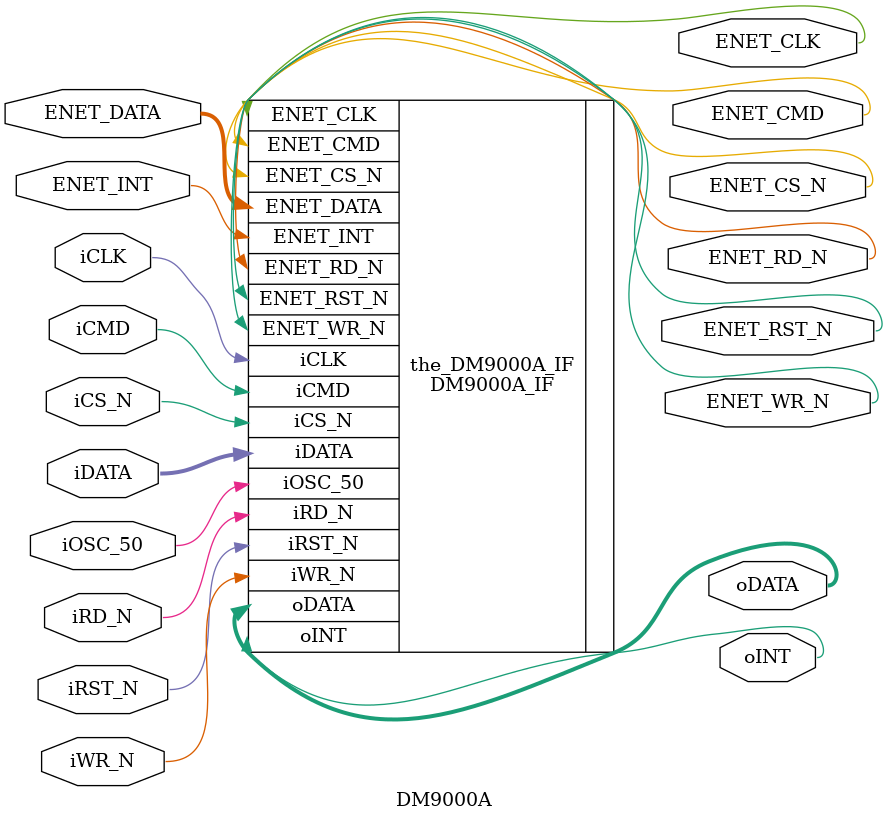
<source format=v>

`timescale 1ns / 1ps
// synthesis translate_on

// turn off superfluous verilog processor warnings 
// altera message_level Level1 
// altera message_off 10034 10035 10036 10037 10230 10240 10030 

module DM9000A (
                 // inputs:
                  ENET_INT,
                  iCLK,
                  iCMD,
                  iCS_N,
                  iDATA,
                  iOSC_50,
                  iRD_N,
                  iRST_N,
                  iWR_N,

                 // outputs:
                  ENET_CLK,
                  ENET_CMD,
                  ENET_CS_N,
                  ENET_DATA,
                  ENET_RD_N,
                  ENET_RST_N,
                  ENET_WR_N,
                  oDATA,
                  oINT
               )
;

  output           ENET_CLK;
  output           ENET_CMD;
  output           ENET_CS_N;
  inout   [ 15: 0] ENET_DATA;
  output           ENET_RD_N;
  output           ENET_RST_N;
  output           ENET_WR_N;
  output  [ 15: 0] oDATA;
  output           oINT;
  input            ENET_INT;
  input            iCLK;
  input            iCMD;
  input            iCS_N;
  input   [ 15: 0] iDATA;
  input            iOSC_50;
  input            iRD_N;
  input            iRST_N;
  input            iWR_N;

  wire             ENET_CLK;
  wire             ENET_CMD;
  wire             ENET_CS_N;
  wire    [ 15: 0] ENET_DATA;
  wire             ENET_RD_N;
  wire             ENET_RST_N;
  wire             ENET_WR_N;
  wire    [ 15: 0] oDATA;
  wire             oINT;
  DM9000A_IF the_DM9000A_IF
    (
      .ENET_CLK   (ENET_CLK),
      .ENET_CMD   (ENET_CMD),
      .ENET_CS_N  (ENET_CS_N),
      .ENET_DATA  (ENET_DATA),
      .ENET_INT   (ENET_INT),
      .ENET_RD_N  (ENET_RD_N),
      .ENET_RST_N (ENET_RST_N),
      .ENET_WR_N  (ENET_WR_N),
      .iCLK       (iCLK),
      .iCMD       (iCMD),
      .iCS_N      (iCS_N),
      .iDATA      (iDATA),
      .iOSC_50    (iOSC_50),
      .iRD_N      (iRD_N),
      .iRST_N     (iRST_N),
      .iWR_N      (iWR_N),
      .oDATA      (oDATA),
      .oINT       (oINT)
    );


endmodule


</source>
